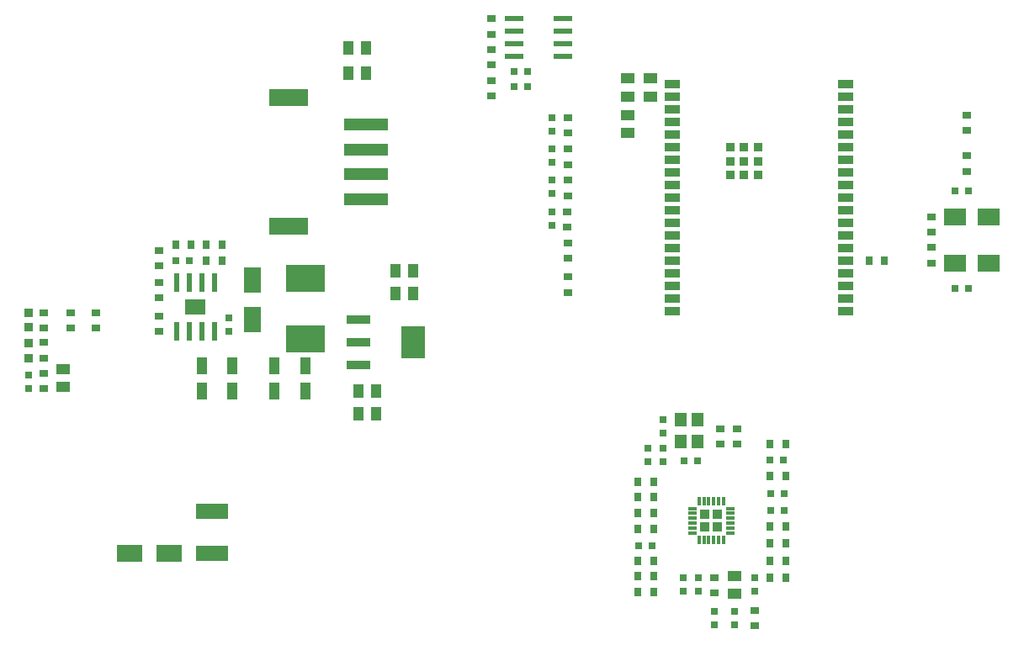
<source format=gbr>
%TF.GenerationSoftware,Altium Limited,Altium Designer,25.1.2 (22)*%
G04 Layer_Color=8421504*
%FSLAX45Y45*%
%MOMM*%
%TF.SameCoordinates,619A4647-45A5-4391-A3B6-217FFA113737*%
%TF.FilePolarity,Positive*%
%TF.FileFunction,Paste,Top*%
%TF.Part,Single*%
G01*
G75*
%TA.AperFunction,SMDPad,CuDef*%
%ADD10R,1.20000X1.40000*%
%ADD11R,1.97000X0.60000*%
G04:AMPARAMS|DCode=12|XSize=0.86mm|YSize=0.26mm|CornerRadius=0.0091mm|HoleSize=0mm|Usage=FLASHONLY|Rotation=0.000|XOffset=0mm|YOffset=0mm|HoleType=Round|Shape=RoundedRectangle|*
%AMROUNDEDRECTD12*
21,1,0.86000,0.24180,0,0,0.0*
21,1,0.84180,0.26000,0,0,0.0*
1,1,0.01820,0.42090,-0.12090*
1,1,0.01820,-0.42090,-0.12090*
1,1,0.01820,-0.42090,0.12090*
1,1,0.01820,0.42090,0.12090*
%
%ADD12ROUNDEDRECTD12*%
G04:AMPARAMS|DCode=13|XSize=0.86mm|YSize=0.26mm|CornerRadius=0.0091mm|HoleSize=0mm|Usage=FLASHONLY|Rotation=270.000|XOffset=0mm|YOffset=0mm|HoleType=Round|Shape=RoundedRectangle|*
%AMROUNDEDRECTD13*
21,1,0.86000,0.24180,0,0,270.0*
21,1,0.84180,0.26000,0,0,270.0*
1,1,0.01820,-0.12090,-0.42090*
1,1,0.01820,-0.12090,0.42090*
1,1,0.01820,0.12090,0.42090*
1,1,0.01820,0.12090,-0.42090*
%
%ADD13ROUNDEDRECTD13*%
%TA.AperFunction,ConnectorPad*%
%ADD15R,1.50000X0.90000*%
%TA.AperFunction,BGAPad,CuDef*%
%ADD16R,0.90000X0.90000*%
%TA.AperFunction,SMDPad,CuDef*%
%ADD17R,2.48920X0.88900*%
%ADD18R,2.48920X3.20040*%
%ADD19R,0.60000X1.97000*%
%ADD23R,2.20000X1.70000*%
%ADD24R,0.81280X0.76200*%
%ADD25R,0.76200X0.81280*%
%ADD26R,4.00000X2.70000*%
%ADD27R,3.90000X1.80000*%
%ADD28R,4.50000X1.30000*%
%ADD29R,1.44780X1.11760*%
%ADD30R,3.20000X1.50000*%
%ADD31R,2.50000X1.70000*%
%ADD32R,0.81280X0.81280*%
%ADD33R,1.70000X2.50000*%
%ADD34R,0.80000X0.75000*%
%ADD35R,1.11760X1.44780*%
%ADD36R,0.75000X0.80000*%
%ADD37R,1.11760X1.80340*%
G36*
X1865000Y3920940D02*
X1656846D01*
Y4073453D01*
X1865000D01*
Y3920940D01*
D02*
G37*
G36*
X7062000Y1860425D02*
X6970011D01*
Y1952494D01*
X7062000D01*
Y1860425D01*
D02*
G37*
G36*
X6936000D02*
X6843840D01*
Y1952585D01*
X6936000D01*
Y1860425D01*
D02*
G37*
G36*
X7062000Y1734425D02*
X6970026D01*
Y1826399D01*
X7062000D01*
Y1734425D01*
D02*
G37*
G36*
X6936000D02*
X6843967D01*
Y1826420D01*
X6936000D01*
Y1734425D01*
D02*
G37*
D10*
X6646000Y2645140D02*
D03*
Y2865140D02*
D03*
X6816000D02*
D03*
Y2645140D02*
D03*
D11*
X4965500Y6897640D02*
D03*
X5460500Y6643640D02*
D03*
Y6770640D02*
D03*
Y6897640D02*
D03*
X4965500Y6770640D02*
D03*
Y6643640D02*
D03*
Y6516640D02*
D03*
X5460500D02*
D03*
D12*
X6759500Y1968425D02*
D03*
Y1918425D02*
D03*
Y1868425D02*
D03*
Y1818425D02*
D03*
Y1768425D02*
D03*
Y1718425D02*
D03*
X7146500D02*
D03*
Y1768425D02*
D03*
Y1818425D02*
D03*
Y1868425D02*
D03*
Y1918425D02*
D03*
Y1968425D02*
D03*
D13*
X7078000Y2036925D02*
D03*
X7028000D02*
D03*
X6978000D02*
D03*
X6928000D02*
D03*
X6878000D02*
D03*
X6828000D02*
D03*
Y1649925D02*
D03*
X6878000D02*
D03*
X6928000D02*
D03*
X6978000D02*
D03*
X7028000D02*
D03*
X7078000D02*
D03*
D15*
X6557000Y6244140D02*
D03*
Y6117140D02*
D03*
Y5990140D02*
D03*
Y5863140D02*
D03*
Y5736140D02*
D03*
Y5609140D02*
D03*
Y5482140D02*
D03*
Y5355140D02*
D03*
Y5228140D02*
D03*
Y5101140D02*
D03*
Y4974140D02*
D03*
Y4847140D02*
D03*
Y4720140D02*
D03*
Y4593140D02*
D03*
Y4466140D02*
D03*
Y4339140D02*
D03*
Y4212140D02*
D03*
Y4085140D02*
D03*
Y3958140D02*
D03*
X8307000Y6244140D02*
D03*
Y6117140D02*
D03*
Y5990140D02*
D03*
Y5863140D02*
D03*
Y5736140D02*
D03*
Y5609140D02*
D03*
Y5482140D02*
D03*
Y5355140D02*
D03*
Y5228140D02*
D03*
Y5101140D02*
D03*
Y4974140D02*
D03*
Y4847140D02*
D03*
Y4720140D02*
D03*
Y4593140D02*
D03*
Y4466140D02*
D03*
Y4339140D02*
D03*
Y4212140D02*
D03*
Y4085140D02*
D03*
Y3958140D02*
D03*
D16*
X7142000Y5464140D02*
D03*
X7282000D02*
D03*
X7422000D02*
D03*
X7142000Y5604140D02*
D03*
X7282000D02*
D03*
X7422000D02*
D03*
X7142000Y5324140D02*
D03*
X7282000D02*
D03*
X7422000D02*
D03*
D17*
X3400410Y3870140D02*
D03*
Y3641140D02*
D03*
Y3412139D02*
D03*
D18*
X3951590Y3641140D02*
D03*
D19*
X1570500Y3749640D02*
D03*
X1824500Y4244640D02*
D03*
X1697500D02*
D03*
X1570500D02*
D03*
X1697500Y3749640D02*
D03*
X1824500D02*
D03*
X1951500D02*
D03*
Y4244640D02*
D03*
D23*
X9405000Y4438670D02*
D03*
X9745000D02*
D03*
X9405000Y4901610D02*
D03*
X9745000D02*
D03*
D24*
X505000Y3939610D02*
D03*
Y3784670D02*
D03*
X759000Y3939610D02*
D03*
Y3784670D02*
D03*
X5508000Y5746530D02*
D03*
Y5901470D02*
D03*
X5507000Y5116030D02*
D03*
Y5270970D02*
D03*
Y5431280D02*
D03*
Y5586220D02*
D03*
X5506000Y4800780D02*
D03*
Y4955720D02*
D03*
X5507000Y4640470D02*
D03*
Y4485530D02*
D03*
Y4142530D02*
D03*
Y4297470D02*
D03*
X4741000Y6896610D02*
D03*
Y6741670D02*
D03*
Y6431917D02*
D03*
Y6586857D02*
D03*
Y6122164D02*
D03*
Y6277104D02*
D03*
X7386000Y940610D02*
D03*
Y785670D02*
D03*
X7042004Y2613270D02*
D03*
Y2768210D02*
D03*
X7212703Y2613270D02*
D03*
Y2768210D02*
D03*
X6980000Y1115359D02*
D03*
Y1270299D02*
D03*
X9170000Y4593610D02*
D03*
Y4438670D02*
D03*
Y4746670D02*
D03*
Y4901610D02*
D03*
X9524000Y5927080D02*
D03*
Y5772140D02*
D03*
X9525000Y5363200D02*
D03*
Y5518140D02*
D03*
X233000Y3176670D02*
D03*
Y3331610D02*
D03*
X236000Y3939610D02*
D03*
Y3784670D02*
D03*
X239000Y3481670D02*
D03*
Y3636610D02*
D03*
X1396000Y3749640D02*
D03*
Y3904580D02*
D03*
Y4409670D02*
D03*
Y4564610D02*
D03*
Y4089700D02*
D03*
Y4244640D02*
D03*
D25*
X7545130Y2297038D02*
D03*
X7700070D02*
D03*
X7545130Y1272839D02*
D03*
X7700070D02*
D03*
X7545130Y1443539D02*
D03*
X7700070D02*
D03*
X7545130Y1614239D02*
D03*
X7700070D02*
D03*
X7545130Y1784939D02*
D03*
X7700070D02*
D03*
X6370040Y1442111D02*
D03*
X6215100D02*
D03*
X7545130Y2614737D02*
D03*
X7700070D02*
D03*
X6215100Y2238139D02*
D03*
X6370040D02*
D03*
X6215100Y1919728D02*
D03*
X6370040D02*
D03*
X6215100Y1282905D02*
D03*
X6370040D02*
D03*
X6215100Y1123700D02*
D03*
X6370040D02*
D03*
X6215100Y2078934D02*
D03*
X6370040D02*
D03*
Y1760522D02*
D03*
X6215100D02*
D03*
X8537530Y4466140D02*
D03*
X8692470D02*
D03*
X1562500Y4619140D02*
D03*
X1717440D02*
D03*
X1873000D02*
D03*
X2027940D02*
D03*
Y4463000D02*
D03*
X1873000D02*
D03*
D26*
X2866000Y3676140D02*
D03*
Y4281140D02*
D03*
D27*
X2701000Y4806000D02*
D03*
Y6106000D02*
D03*
D28*
X3481000Y5081000D02*
D03*
Y5331000D02*
D03*
Y5581000D02*
D03*
Y5831000D02*
D03*
D29*
X7183000Y1109736D02*
D03*
Y1288079D02*
D03*
X6113000Y5924312D02*
D03*
Y5745968D02*
D03*
X433000Y3194968D02*
D03*
Y3373312D02*
D03*
X6113000Y6295992D02*
D03*
Y6117140D02*
D03*
X6343000Y6295992D02*
D03*
Y6117140D02*
D03*
D30*
X1932000Y1935140D02*
D03*
Y1515140D02*
D03*
D31*
X1101000D02*
D03*
X1501000D02*
D03*
D32*
X83000Y3939141D02*
D03*
Y3789139D02*
D03*
Y3484139D02*
D03*
Y3634141D02*
D03*
D33*
X2338000Y3871140D02*
D03*
Y4271140D02*
D03*
D34*
X5349000Y5586220D02*
D03*
Y5451220D02*
D03*
Y4955720D02*
D03*
Y4820720D02*
D03*
Y5901470D02*
D03*
Y5766470D02*
D03*
Y5270970D02*
D03*
Y5135970D02*
D03*
X6824000Y1269700D02*
D03*
Y1134700D02*
D03*
X6668000Y1269700D02*
D03*
Y1134700D02*
D03*
X6469000Y2730140D02*
D03*
Y2865140D02*
D03*
X6315000Y2436640D02*
D03*
Y2571640D02*
D03*
X6467000Y2436640D02*
D03*
Y2571640D02*
D03*
X7386000Y1269700D02*
D03*
Y1134700D02*
D03*
X7183000Y930640D02*
D03*
Y795640D02*
D03*
X6980640Y930640D02*
D03*
Y795640D02*
D03*
X81000Y3312040D02*
D03*
Y3177040D02*
D03*
X2101000Y3884640D02*
D03*
Y3749640D02*
D03*
D35*
X3481000Y6349001D02*
D03*
X3302149D02*
D03*
X3481000Y6601001D02*
D03*
X3302149D02*
D03*
X3772738Y4360000D02*
D03*
X3951590D02*
D03*
X3772738Y4130000D02*
D03*
X3951590D02*
D03*
X3579261Y3152140D02*
D03*
X3400410D02*
D03*
X3579261Y2919000D02*
D03*
X3400410D02*
D03*
D36*
X4965500Y6215140D02*
D03*
X5100500D02*
D03*
X4965500Y6369140D02*
D03*
X5100500D02*
D03*
X7690100Y2119738D02*
D03*
X7555100D02*
D03*
X6816000Y2450140D02*
D03*
X6681000D02*
D03*
X7545130Y2455140D02*
D03*
X7680130D02*
D03*
X7555100Y1949038D02*
D03*
X7690100D02*
D03*
X6360070Y1594716D02*
D03*
X6225070D02*
D03*
X9405000Y4180140D02*
D03*
X9540000D02*
D03*
X9405000Y5161140D02*
D03*
X9540000D02*
D03*
X1697500Y4463000D02*
D03*
X1562500D02*
D03*
D37*
X2556120Y3153140D02*
D03*
X2866000D02*
D03*
X2556120Y3401140D02*
D03*
X2866000D02*
D03*
X2134380D02*
D03*
X1824500D02*
D03*
X2134380Y3153140D02*
D03*
X1824500D02*
D03*
%TF.MD5,c2a8b38294b7d19b7c3e5acdba98ae2b*%
M02*

</source>
